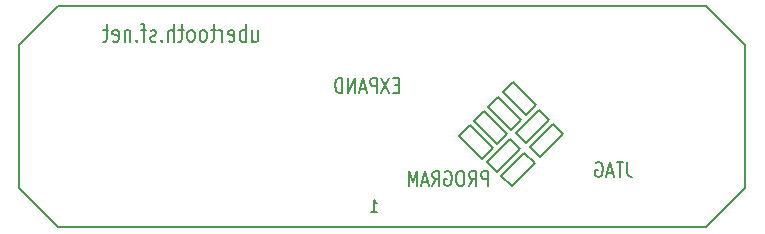
<source format=gbo>
G04 (created by PCBNEW-RS274X (2010-12-28 BZR 2695)-testing) date Sun Apr 24 11:48:03 2011*
G01*
G70*
G90*
%MOIN*%
G04 Gerber Fmt 3.4, Leading zero omitted, Abs format*
%FSLAX34Y34*%
G04 APERTURE LIST*
%ADD10C,0.008000*%
G04 APERTURE END LIST*
G54D10*
X38166Y-19502D02*
X38166Y-19860D01*
X38186Y-19931D01*
X38224Y-19979D01*
X38281Y-20002D01*
X38319Y-20002D01*
X38033Y-19502D02*
X37804Y-19502D01*
X37919Y-20002D02*
X37919Y-19502D01*
X37690Y-19860D02*
X37499Y-19860D01*
X37728Y-20002D02*
X37595Y-19502D01*
X37461Y-20002D01*
X37118Y-19526D02*
X37156Y-19502D01*
X37213Y-19502D01*
X37271Y-19526D01*
X37309Y-19574D01*
X37328Y-19621D01*
X37347Y-19717D01*
X37347Y-19788D01*
X37328Y-19883D01*
X37309Y-19931D01*
X37271Y-19979D01*
X37213Y-20002D01*
X37175Y-20002D01*
X37118Y-19979D01*
X37099Y-19955D01*
X37099Y-19788D01*
X37175Y-19788D01*
X33514Y-20302D02*
X33514Y-19802D01*
X33361Y-19802D01*
X33323Y-19826D01*
X33304Y-19850D01*
X33285Y-19898D01*
X33285Y-19969D01*
X33304Y-20017D01*
X33323Y-20040D01*
X33361Y-20064D01*
X33514Y-20064D01*
X32885Y-20302D02*
X33019Y-20064D01*
X33114Y-20302D02*
X33114Y-19802D01*
X32961Y-19802D01*
X32923Y-19826D01*
X32904Y-19850D01*
X32885Y-19898D01*
X32885Y-19969D01*
X32904Y-20017D01*
X32923Y-20040D01*
X32961Y-20064D01*
X33114Y-20064D01*
X32638Y-19802D02*
X32561Y-19802D01*
X32523Y-19826D01*
X32485Y-19874D01*
X32466Y-19969D01*
X32466Y-20136D01*
X32485Y-20231D01*
X32523Y-20279D01*
X32561Y-20302D01*
X32638Y-20302D01*
X32676Y-20279D01*
X32714Y-20231D01*
X32733Y-20136D01*
X32733Y-19969D01*
X32714Y-19874D01*
X32676Y-19826D01*
X32638Y-19802D01*
X32085Y-19826D02*
X32123Y-19802D01*
X32180Y-19802D01*
X32238Y-19826D01*
X32276Y-19874D01*
X32295Y-19921D01*
X32314Y-20017D01*
X32314Y-20088D01*
X32295Y-20183D01*
X32276Y-20231D01*
X32238Y-20279D01*
X32180Y-20302D01*
X32142Y-20302D01*
X32085Y-20279D01*
X32066Y-20255D01*
X32066Y-20088D01*
X32142Y-20088D01*
X31666Y-20302D02*
X31800Y-20064D01*
X31895Y-20302D02*
X31895Y-19802D01*
X31742Y-19802D01*
X31704Y-19826D01*
X31685Y-19850D01*
X31666Y-19898D01*
X31666Y-19969D01*
X31685Y-20017D01*
X31704Y-20040D01*
X31742Y-20064D01*
X31895Y-20064D01*
X31514Y-20160D02*
X31323Y-20160D01*
X31552Y-20302D02*
X31419Y-19802D01*
X31285Y-20302D01*
X31152Y-20302D02*
X31152Y-19802D01*
X31018Y-20160D01*
X30885Y-19802D01*
X30885Y-20302D01*
X30557Y-16940D02*
X30423Y-16940D01*
X30366Y-17202D02*
X30557Y-17202D01*
X30557Y-16702D01*
X30366Y-16702D01*
X30233Y-16702D02*
X29966Y-17202D01*
X29966Y-16702D02*
X30233Y-17202D01*
X29814Y-17202D02*
X29814Y-16702D01*
X29661Y-16702D01*
X29623Y-16726D01*
X29604Y-16750D01*
X29585Y-16798D01*
X29585Y-16869D01*
X29604Y-16917D01*
X29623Y-16940D01*
X29661Y-16964D01*
X29814Y-16964D01*
X29433Y-17060D02*
X29242Y-17060D01*
X29471Y-17202D02*
X29338Y-16702D01*
X29204Y-17202D01*
X29071Y-17202D02*
X29071Y-16702D01*
X28842Y-17202D01*
X28842Y-16702D01*
X28652Y-17202D02*
X28652Y-16702D01*
X28557Y-16702D01*
X28499Y-16726D01*
X28461Y-16774D01*
X28442Y-16821D01*
X28423Y-16917D01*
X28423Y-16988D01*
X28442Y-17083D01*
X28461Y-17131D01*
X28499Y-17179D01*
X28557Y-17202D01*
X28652Y-17202D01*
X25666Y-15103D02*
X25666Y-15503D01*
X25859Y-15103D02*
X25859Y-15417D01*
X25837Y-15474D01*
X25795Y-15503D01*
X25730Y-15503D01*
X25687Y-15474D01*
X25666Y-15446D01*
X25452Y-15503D02*
X25452Y-14903D01*
X25452Y-15131D02*
X25409Y-15103D01*
X25323Y-15103D01*
X25280Y-15131D01*
X25259Y-15160D01*
X25238Y-15217D01*
X25238Y-15389D01*
X25259Y-15446D01*
X25280Y-15474D01*
X25323Y-15503D01*
X25409Y-15503D01*
X25452Y-15474D01*
X24873Y-15474D02*
X24916Y-15503D01*
X25002Y-15503D01*
X25045Y-15474D01*
X25066Y-15417D01*
X25066Y-15189D01*
X25045Y-15131D01*
X25002Y-15103D01*
X24916Y-15103D01*
X24873Y-15131D01*
X24852Y-15189D01*
X24852Y-15246D01*
X25066Y-15303D01*
X24659Y-15503D02*
X24659Y-15103D01*
X24659Y-15217D02*
X24637Y-15160D01*
X24616Y-15131D01*
X24573Y-15103D01*
X24530Y-15103D01*
X24444Y-15103D02*
X24273Y-15103D01*
X24380Y-14903D02*
X24380Y-15417D01*
X24358Y-15474D01*
X24316Y-15503D01*
X24273Y-15503D01*
X24059Y-15503D02*
X24101Y-15474D01*
X24123Y-15446D01*
X24144Y-15389D01*
X24144Y-15217D01*
X24123Y-15160D01*
X24101Y-15131D01*
X24059Y-15103D01*
X23994Y-15103D01*
X23951Y-15131D01*
X23930Y-15160D01*
X23909Y-15217D01*
X23909Y-15389D01*
X23930Y-15446D01*
X23951Y-15474D01*
X23994Y-15503D01*
X24059Y-15503D01*
X23652Y-15503D02*
X23694Y-15474D01*
X23716Y-15446D01*
X23737Y-15389D01*
X23737Y-15217D01*
X23716Y-15160D01*
X23694Y-15131D01*
X23652Y-15103D01*
X23587Y-15103D01*
X23544Y-15131D01*
X23523Y-15160D01*
X23502Y-15217D01*
X23502Y-15389D01*
X23523Y-15446D01*
X23544Y-15474D01*
X23587Y-15503D01*
X23652Y-15503D01*
X23373Y-15103D02*
X23202Y-15103D01*
X23309Y-14903D02*
X23309Y-15417D01*
X23287Y-15474D01*
X23245Y-15503D01*
X23202Y-15503D01*
X23052Y-15503D02*
X23052Y-14903D01*
X22859Y-15503D02*
X22859Y-15189D01*
X22880Y-15131D01*
X22923Y-15103D01*
X22988Y-15103D01*
X23030Y-15131D01*
X23052Y-15160D01*
X22645Y-15446D02*
X22623Y-15474D01*
X22645Y-15503D01*
X22666Y-15474D01*
X22645Y-15446D01*
X22645Y-15503D01*
X22452Y-15474D02*
X22409Y-15503D01*
X22324Y-15503D01*
X22281Y-15474D01*
X22259Y-15417D01*
X22259Y-15389D01*
X22281Y-15331D01*
X22324Y-15303D01*
X22388Y-15303D01*
X22431Y-15274D01*
X22452Y-15217D01*
X22452Y-15189D01*
X22431Y-15131D01*
X22388Y-15103D01*
X22324Y-15103D01*
X22281Y-15131D01*
X22131Y-15103D02*
X21960Y-15103D01*
X22067Y-15503D02*
X22067Y-14989D01*
X22045Y-14931D01*
X22003Y-14903D01*
X21960Y-14903D01*
X21810Y-15446D02*
X21788Y-15474D01*
X21810Y-15503D01*
X21831Y-15474D01*
X21810Y-15446D01*
X21810Y-15503D01*
X21596Y-15103D02*
X21596Y-15503D01*
X21596Y-15160D02*
X21574Y-15131D01*
X21532Y-15103D01*
X21467Y-15103D01*
X21424Y-15131D01*
X21403Y-15189D01*
X21403Y-15503D01*
X21017Y-15474D02*
X21060Y-15503D01*
X21146Y-15503D01*
X21189Y-15474D01*
X21210Y-15417D01*
X21210Y-15189D01*
X21189Y-15131D01*
X21146Y-15103D01*
X21060Y-15103D01*
X21017Y-15131D01*
X20996Y-15189D01*
X20996Y-15246D01*
X21210Y-15303D01*
X20867Y-15103D02*
X20696Y-15103D01*
X20803Y-14903D02*
X20803Y-15417D01*
X20781Y-15474D01*
X20739Y-15503D01*
X20696Y-15503D01*
X19200Y-14320D02*
X40800Y-14320D01*
X40800Y-21680D02*
X19200Y-21680D01*
X17900Y-20380D02*
X17900Y-15620D01*
X42100Y-20380D02*
X42100Y-15620D01*
X17900Y-20380D02*
X19200Y-21680D01*
X42100Y-20380D02*
X40800Y-21680D01*
X42100Y-15620D02*
X40800Y-14320D01*
X17900Y-15620D02*
X19200Y-14320D01*
X33968Y-19972D02*
X34732Y-19208D01*
X34732Y-19208D02*
X35072Y-19548D01*
X35072Y-19548D02*
X34308Y-20312D01*
X34308Y-20312D02*
X33968Y-19972D01*
X33488Y-19492D02*
X34252Y-18728D01*
X34252Y-18728D02*
X34592Y-19068D01*
X34592Y-19068D02*
X33828Y-19832D01*
X33828Y-19832D02*
X33488Y-19492D01*
X34928Y-19012D02*
X35692Y-18248D01*
X35692Y-18248D02*
X36032Y-18588D01*
X36032Y-18588D02*
X35268Y-19352D01*
X35268Y-19352D02*
X34928Y-19012D01*
X34448Y-18532D02*
X35212Y-17768D01*
X35212Y-17768D02*
X35552Y-18108D01*
X35552Y-18108D02*
X34788Y-18872D01*
X34788Y-18872D02*
X34448Y-18532D01*
X32908Y-18288D02*
X33672Y-19052D01*
X33672Y-19052D02*
X33332Y-19392D01*
X33332Y-19392D02*
X32568Y-18628D01*
X32568Y-18628D02*
X32908Y-18288D01*
X33388Y-17808D02*
X34152Y-18572D01*
X34152Y-18572D02*
X33812Y-18912D01*
X33812Y-18912D02*
X33048Y-18148D01*
X33048Y-18148D02*
X33388Y-17808D01*
X33868Y-17328D02*
X34632Y-18092D01*
X34632Y-18092D02*
X34292Y-18432D01*
X34292Y-18432D02*
X33528Y-17668D01*
X33528Y-17668D02*
X33868Y-17328D01*
X34348Y-16848D02*
X35112Y-17612D01*
X35112Y-17612D02*
X34772Y-17952D01*
X34772Y-17952D02*
X34008Y-17188D01*
X34008Y-17188D02*
X34348Y-16848D01*
X29607Y-21159D02*
X29832Y-21159D01*
X29719Y-21159D02*
X29719Y-20765D01*
X29757Y-20822D01*
X29794Y-20859D01*
X29832Y-20878D01*
M02*

</source>
